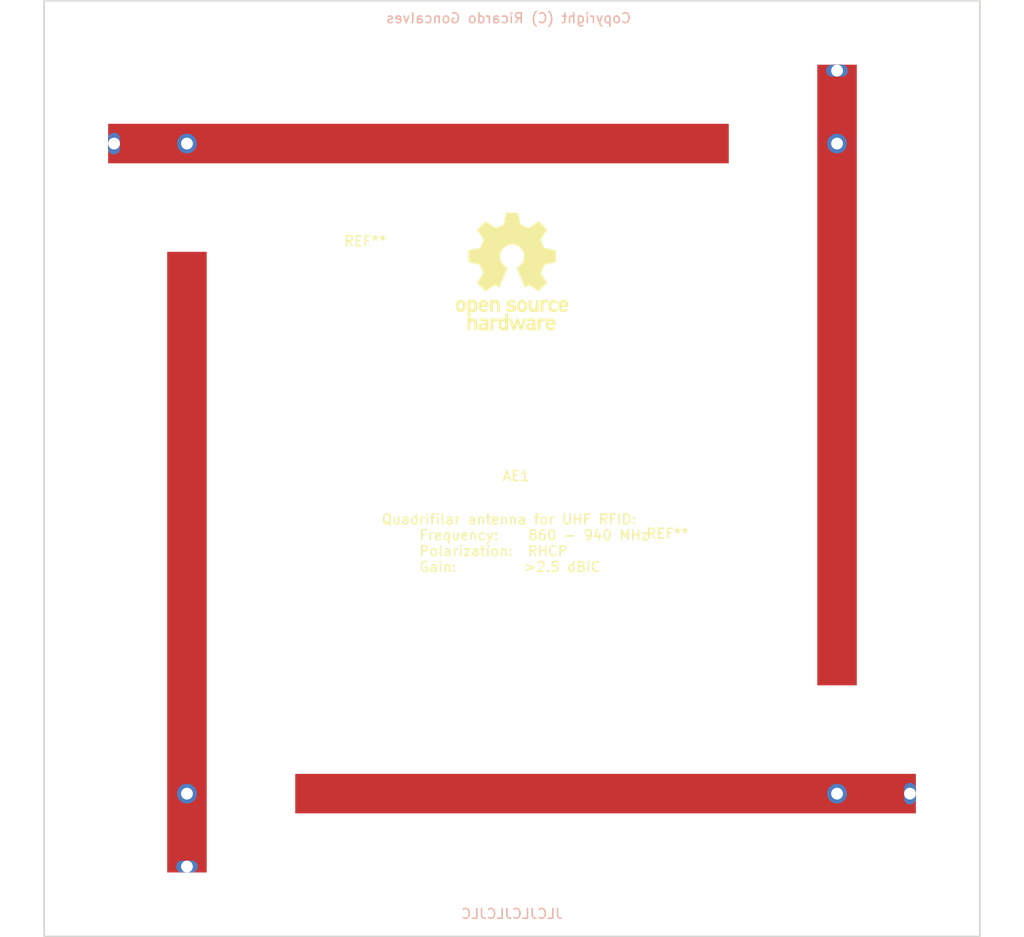
<source format=kicad_pcb>
(kicad_pcb (version 20171130) (host pcbnew "(5.1.9)-1")

  (general
    (thickness 1.6)
    (drawings 7)
    (tracks 0)
    (zones 0)
    (modules 8)
    (nets 9)
  )

  (page A4)
  (title_block
    (title "Quadrifilar antenna for UHF RFID - Part A")
    (rev 1.0)
    (company "The antenna guy")
  )

  (layers
    (0 F.Cu signal)
    (31 B.Cu signal)
    (32 B.Adhes user)
    (33 F.Adhes user)
    (34 B.Paste user)
    (35 F.Paste user)
    (36 B.SilkS user)
    (37 F.SilkS user)
    (38 B.Mask user)
    (39 F.Mask user)
    (40 Dwgs.User user)
    (41 Cmts.User user)
    (42 Eco1.User user)
    (43 Eco2.User user)
    (44 Edge.Cuts user)
    (45 Margin user)
    (46 B.CrtYd user)
    (47 F.CrtYd user)
    (48 B.Fab user)
    (49 F.Fab user)
  )

  (setup
    (last_trace_width 0.25)
    (trace_clearance 0.2)
    (zone_clearance 0.508)
    (zone_45_only no)
    (trace_min 0.2)
    (via_size 0.8)
    (via_drill 0.4)
    (via_min_size 0.4)
    (via_min_drill 0.3)
    (uvia_size 0.3)
    (uvia_drill 0.1)
    (uvias_allowed no)
    (uvia_min_size 0.2)
    (uvia_min_drill 0.1)
    (edge_width 0.05)
    (segment_width 0.2)
    (pcb_text_width 0.3)
    (pcb_text_size 1.5 1.5)
    (mod_edge_width 0.12)
    (mod_text_size 1 1)
    (mod_text_width 0.15)
    (pad_size 1.524 1.524)
    (pad_drill 0.762)
    (pad_to_mask_clearance 0)
    (aux_axis_origin 0 0)
    (visible_elements 7FFFFFFF)
    (pcbplotparams
      (layerselection 0x010fc_ffffffff)
      (usegerberextensions false)
      (usegerberattributes true)
      (usegerberadvancedattributes true)
      (creategerberjobfile true)
      (excludeedgelayer true)
      (linewidth 0.100000)
      (plotframeref false)
      (viasonmask false)
      (mode 1)
      (useauxorigin false)
      (hpglpennumber 1)
      (hpglpenspeed 20)
      (hpglpendiameter 15.000000)
      (psnegative false)
      (psa4output false)
      (plotreference true)
      (plotvalue true)
      (plotinvisibletext false)
      (padsonsilk false)
      (subtractmaskfromsilk false)
      (outputformat 1)
      (mirror false)
      (drillshape 1)
      (scaleselection 1)
      (outputdirectory ""))
  )

  (net 0 "")
  (net 1 "Net-(AE1-Pad4)")
  (net 2 "Net-(AE1-Pad3)")
  (net 3 "Net-(AE1-Pad2)")
  (net 4 "Net-(AE1-Pad1)")
  (net 5 "Net-(AE1-Pad8)")
  (net 6 "Net-(AE1-Pad7)")
  (net 7 "Net-(AE1-Pad6)")
  (net 8 "Net-(AE1-Pad5)")

  (net_class Default "This is the default net class."
    (clearance 0.2)
    (trace_width 0.25)
    (via_dia 0.8)
    (via_drill 0.4)
    (uvia_dia 0.3)
    (uvia_drill 0.1)
    (add_net "Net-(AE1-Pad1)")
    (add_net "Net-(AE1-Pad2)")
    (add_net "Net-(AE1-Pad3)")
    (add_net "Net-(AE1-Pad4)")
    (add_net "Net-(AE1-Pad5)")
    (add_net "Net-(AE1-Pad6)")
    (add_net "Net-(AE1-Pad7)")
    (add_net "Net-(AE1-Pad8)")
  )

  (module MountingHole:MountingHole_3.2mm_M3 (layer F.Cu) (tedit 56D1B4CB) (tstamp 604B526A)
    (at 183.538 102.506)
    (descr "Mounting Hole 3.2mm, no annular, M3")
    (tags "mounting hole 3.2mm no annular m3")
    (attr virtual)
    (fp_text reference REF** (at 0 -4.2) (layer F.SilkS)
      (effects (font (size 1 1) (thickness 0.15)))
    )
    (fp_text value MountingHole_3.2mm_M3 (at 0 4.2) (layer F.Fab)
      (effects (font (size 1 1) (thickness 0.15)))
    )
    (fp_text user %R (at 0.3 0) (layer F.Fab)
      (effects (font (size 1 1) (thickness 0.15)))
    )
    (fp_circle (center 0 0) (end 3.2 0) (layer Cmts.User) (width 0.15))
    (fp_circle (center 0 0) (end 3.45 0) (layer F.CrtYd) (width 0.05))
    (pad 1 np_thru_hole circle (at 0 0) (size 3.2 3.2) (drill 3.2) (layers *.Cu *.Mask))
  )

  (module MountingHole:MountingHole_3.2mm_M3 (layer F.Cu) (tedit 56D1B4CB) (tstamp 604B5246)
    (at 152.838 72.806)
    (descr "Mounting Hole 3.2mm, no annular, M3")
    (tags "mounting hole 3.2mm no annular m3")
    (attr virtual)
    (fp_text reference REF** (at 0 -4.2) (layer F.SilkS)
      (effects (font (size 1 1) (thickness 0.15)))
    )
    (fp_text value MountingHole_3.2mm_M3 (at 0 4.2) (layer F.Fab)
      (effects (font (size 1 1) (thickness 0.15)))
    )
    (fp_text user %R (at 0.3 0) (layer F.Fab)
      (effects (font (size 1 1) (thickness 0.15)))
    )
    (fp_circle (center 0 0) (end 3.2 0) (layer Cmts.User) (width 0.15))
    (fp_circle (center 0 0) (end 3.45 0) (layer F.CrtYd) (width 0.05))
    (pad 1 np_thru_hole circle (at 0 0) (size 3.2 3.2) (drill 3.2) (layers *.Cu *.Mask))
  )

  (module MountingHole:MountingHole_3.2mm_M3 (layer F.Cu) (tedit 56D1B4CB) (tstamp 604B4C3B)
    (at 210.238 134.206)
    (descr "Mounting Hole 3.2mm, no annular, M3")
    (tags "mounting hole 3.2mm no annular m3")
    (attr virtual)
    (fp_text reference " " (at 0 -4.2) (layer F.SilkS)
      (effects (font (size 1 1) (thickness 0.15)))
    )
    (fp_text value MountingHole_3.2mm_M3 (at 0 4.2) (layer F.Fab)
      (effects (font (size 1 1) (thickness 0.15)))
    )
    (fp_text user %R (at 0.3 0) (layer F.Fab)
      (effects (font (size 1 1) (thickness 0.15)))
    )
    (fp_circle (center 0 0) (end 3.2 0) (layer Cmts.User) (width 0.15))
    (fp_circle (center 0 0) (end 3.45 0) (layer F.CrtYd) (width 0.05))
    (pad 1 np_thru_hole circle (at 0 0) (size 3.2 3.2) (drill 3.2) (layers *.Cu *.Mask))
  )

  (module MountingHole:MountingHole_3.2mm_M3 (layer F.Cu) (tedit 56D1B4CB) (tstamp 604B4C17)
    (at 210.238 49.206)
    (descr "Mounting Hole 3.2mm, no annular, M3")
    (tags "mounting hole 3.2mm no annular m3")
    (attr virtual)
    (fp_text reference " " (at 0 -4.2) (layer F.SilkS)
      (effects (font (size 1 1) (thickness 0.15)))
    )
    (fp_text value MountingHole_3.2mm_M3 (at 0 4.2) (layer F.Fab)
      (effects (font (size 1 1) (thickness 0.15)))
    )
    (fp_text user %R (at 0.3 0) (layer F.Fab)
      (effects (font (size 1 1) (thickness 0.15)))
    )
    (fp_circle (center 0 0) (end 3.2 0) (layer Cmts.User) (width 0.15))
    (fp_circle (center 0 0) (end 3.45 0) (layer F.CrtYd) (width 0.05))
    (pad 1 np_thru_hole circle (at 0 0) (size 3.2 3.2) (drill 3.2) (layers *.Cu *.Mask))
  )

  (module MountingHole:MountingHole_3.2mm_M3 (layer F.Cu) (tedit 56D1B4CB) (tstamp 604B4BF3)
    (at 125.238 49.206)
    (descr "Mounting Hole 3.2mm, no annular, M3")
    (tags "mounting hole 3.2mm no annular m3")
    (attr virtual)
    (fp_text reference " " (at 0 -4.2) (layer F.SilkS)
      (effects (font (size 1 1) (thickness 0.15)))
    )
    (fp_text value MountingHole_3.2mm_M3 (at 0 4.2) (layer F.Fab)
      (effects (font (size 1 1) (thickness 0.15)))
    )
    (fp_text user %R (at 0.3 0) (layer F.Fab)
      (effects (font (size 1 1) (thickness 0.15)))
    )
    (fp_circle (center 0 0) (end 3.2 0) (layer Cmts.User) (width 0.15))
    (fp_circle (center 0 0) (end 3.45 0) (layer F.CrtYd) (width 0.05))
    (pad 1 np_thru_hole circle (at 0 0) (size 3.2 3.2) (drill 3.2) (layers *.Cu *.Mask))
  )

  (module MountingHole:MountingHole_3.2mm_M3 (layer F.Cu) (tedit 56D1B4CB) (tstamp 604B4BCF)
    (at 125.238 134.206)
    (descr "Mounting Hole 3.2mm, no annular, M3")
    (tags "mounting hole 3.2mm no annular m3")
    (attr virtual)
    (fp_text reference " " (at 0 -4.2) (layer F.SilkS)
      (effects (font (size 1 1) (thickness 0.15)))
    )
    (fp_text value MountingHole_3.2mm_M3 (at 0 4.2) (layer F.Fab)
      (effects (font (size 1 1) (thickness 0.15)))
    )
    (fp_text user %R (at 0.3 0) (layer F.Fab)
      (effects (font (size 1 1) (thickness 0.15)))
    )
    (fp_circle (center 0 0) (end 3.2 0) (layer Cmts.User) (width 0.15))
    (fp_circle (center 0 0) (end 3.45 0) (layer F.CrtYd) (width 0.05))
    (pad 1 np_thru_hole circle (at 0 0) (size 3.2 3.2) (drill 3.2) (layers *.Cu *.Mask))
  )

  (module Symbol:OSHW-Logo_11.4x12mm_SilkScreen (layer F.Cu) (tedit 0) (tstamp 60480A1E)
    (at 167.738 71.706)
    (descr "Open Source Hardware Logo")
    (tags "Logo OSHW")
    (attr virtual)
    (fp_text reference REF** (at 0 0) (layer F.SilkS) hide
      (effects (font (size 1 1) (thickness 0.15)))
    )
    (fp_text value OSHW-Logo_11.4x12mm_SilkScreen (at 0.75 0) (layer F.Fab) hide
      (effects (font (size 1 1) (thickness 0.15)))
    )
    (fp_poly (pts (xy 0.746535 -5.366828) (xy 0.859117 -4.769637) (xy 1.274531 -4.59839) (xy 1.689944 -4.427143)
      (xy 2.188302 -4.766022) (xy 2.327868 -4.860378) (xy 2.454028 -4.944625) (xy 2.560895 -5.014917)
      (xy 2.642582 -5.067408) (xy 2.693201 -5.098251) (xy 2.706986 -5.104902) (xy 2.73182 -5.087797)
      (xy 2.784888 -5.040511) (xy 2.86024 -4.969083) (xy 2.951929 -4.879555) (xy 3.054007 -4.777966)
      (xy 3.160526 -4.670357) (xy 3.265536 -4.562768) (xy 3.363091 -4.46124) (xy 3.447242 -4.371814)
      (xy 3.51204 -4.300529) (xy 3.551538 -4.253427) (xy 3.56098 -4.237663) (xy 3.547391 -4.208602)
      (xy 3.509293 -4.144934) (xy 3.450694 -4.052888) (xy 3.375597 -3.938691) (xy 3.288009 -3.808571)
      (xy 3.237254 -3.734354) (xy 3.144745 -3.598833) (xy 3.06254 -3.476539) (xy 2.99463 -3.37356)
      (xy 2.945 -3.295982) (xy 2.91764 -3.249894) (xy 2.913529 -3.240208) (xy 2.922849 -3.212681)
      (xy 2.948254 -3.148527) (xy 2.985911 -3.056765) (xy 3.031986 -2.946416) (xy 3.082646 -2.8265)
      (xy 3.134059 -2.706036) (xy 3.182389 -2.594046) (xy 3.223806 -2.499548) (xy 3.254474 -2.431563)
      (xy 3.270562 -2.399112) (xy 3.271511 -2.397835) (xy 3.296772 -2.391638) (xy 3.364046 -2.377815)
      (xy 3.46636 -2.357723) (xy 3.596741 -2.332721) (xy 3.748216 -2.304169) (xy 3.836594 -2.287704)
      (xy 3.998452 -2.256886) (xy 4.144649 -2.227561) (xy 4.267787 -2.201334) (xy 4.360469 -2.179809)
      (xy 4.415301 -2.16459) (xy 4.426323 -2.159762) (xy 4.437119 -2.127081) (xy 4.445829 -2.05327)
      (xy 4.45246 -1.946963) (xy 4.457018 -1.816788) (xy 4.459509 -1.671379) (xy 4.459938 -1.519365)
      (xy 4.458311 -1.369378) (xy 4.454635 -1.230049) (xy 4.448915 -1.11001) (xy 4.441158 -1.01789)
      (xy 4.431368 -0.962323) (xy 4.425496 -0.950755) (xy 4.390399 -0.93689) (xy 4.316028 -0.917067)
      (xy 4.212223 -0.893616) (xy 4.088819 -0.868864) (xy 4.045741 -0.860857) (xy 3.838047 -0.822814)
      (xy 3.673984 -0.792176) (xy 3.54813 -0.767726) (xy 3.455065 -0.748246) (xy 3.389367 -0.732519)
      (xy 3.345617 -0.719327) (xy 3.318392 -0.707451) (xy 3.302272 -0.695675) (xy 3.300017 -0.693347)
      (xy 3.277503 -0.655855) (xy 3.243158 -0.58289) (xy 3.200411 -0.483388) (xy 3.152692 -0.366282)
      (xy 3.10343 -0.240507) (xy 3.056055 -0.114998) (xy 3.013995 0.00131) (xy 2.98068 0.099484)
      (xy 2.959541 0.170588) (xy 2.954005 0.205687) (xy 2.954466 0.206917) (xy 2.973223 0.235606)
      (xy 3.015776 0.29873) (xy 3.077653 0.389718) (xy 3.154382 0.502) (xy 3.241491 0.629005)
      (xy 3.266299 0.665098) (xy 3.354753 0.795948) (xy 3.432588 0.915336) (xy 3.495566 1.016407)
      (xy 3.539445 1.092304) (xy 3.559985 1.136172) (xy 3.56098 1.141562) (xy 3.543722 1.169889)
      (xy 3.496036 1.226006) (xy 3.42405 1.303882) (xy 3.333897 1.397485) (xy 3.231705 1.500786)
      (xy 3.123606 1.607751) (xy 3.015728 1.712351) (xy 2.914204 1.808554) (xy 2.825162 1.890329)
      (xy 2.754733 1.951645) (xy 2.709047 1.986471) (xy 2.696409 1.992157) (xy 2.666991 1.978765)
      (xy 2.606761 1.942644) (xy 2.52553 1.889881) (xy 2.46303 1.847412) (xy 2.349785 1.769485)
      (xy 2.215674 1.677729) (xy 2.081155 1.58612) (xy 2.008833 1.537091) (xy 1.764038 1.371515)
      (xy 1.558551 1.48262) (xy 1.464936 1.531293) (xy 1.38533 1.569126) (xy 1.331467 1.590703)
      (xy 1.317757 1.593706) (xy 1.30127 1.571538) (xy 1.268745 1.508894) (xy 1.222609 1.411554)
      (xy 1.16529 1.285294) (xy 1.099216 1.135895) (xy 1.026815 0.969133) (xy 0.950516 0.790787)
      (xy 0.872746 0.606636) (xy 0.795934 0.422457) (xy 0.722506 0.24403) (xy 0.654892 0.077132)
      (xy 0.59552 -0.072458) (xy 0.546816 -0.198962) (xy 0.51121 -0.296601) (xy 0.49113 -0.359598)
      (xy 0.4879 -0.381234) (xy 0.513496 -0.408831) (xy 0.569539 -0.45363) (xy 0.644311 -0.506321)
      (xy 0.650587 -0.51049) (xy 0.843845 -0.665186) (xy 0.999674 -0.845664) (xy 1.116724 -1.046153)
      (xy 1.193645 -1.260881) (xy 1.229086 -1.484078) (xy 1.221697 -1.709974) (xy 1.170127 -1.932796)
      (xy 1.073026 -2.146776) (xy 1.044458 -2.193591) (xy 0.895868 -2.382637) (xy 0.720327 -2.534443)
      (xy 0.52391 -2.648221) (xy 0.312693 -2.72318) (xy 0.092753 -2.758533) (xy -0.129837 -2.753488)
      (xy -0.348999 -2.707256) (xy -0.558658 -2.619049) (xy -0.752739 -2.488076) (xy -0.812774 -2.434918)
      (xy -0.965565 -2.268516) (xy -1.076903 -2.093343) (xy -1.153277 -1.896989) (xy -1.195813 -1.702538)
      (xy -1.206314 -1.483913) (xy -1.171299 -1.264203) (xy -1.094327 -1.050835) (xy -0.978953 -0.851233)
      (xy -0.828734 -0.672826) (xy -0.647227 -0.523038) (xy -0.623373 -0.507249) (xy -0.547799 -0.455543)
      (xy -0.490349 -0.410743) (xy -0.462883 -0.382138) (xy -0.462483 -0.381234) (xy -0.46838 -0.350291)
      (xy -0.491755 -0.280064) (xy -0.530179 -0.17633) (xy -0.581223 -0.044865) (xy -0.642458 0.108552)
      (xy -0.711456 0.278146) (xy -0.785786 0.458138) (xy -0.863022 0.642753) (xy -0.940732 0.826213)
      (xy -1.016489 1.002741) (xy -1.087863 1.166559) (xy -1.152426 1.311892) (xy -1.207748 1.432962)
      (xy -1.2514 1.523992) (xy -1.280954 1.579205) (xy -1.292856 1.593706) (xy -1.329223 1.582414)
      (xy -1.39727 1.55213) (xy -1.485263 1.508265) (xy -1.533649 1.48262) (xy -1.739137 1.371515)
      (xy -1.983932 1.537091) (xy -2.108894 1.621915) (xy -2.245705 1.715261) (xy -2.373911 1.803153)
      (xy -2.438129 1.847412) (xy -2.528449 1.908063) (xy -2.604929 1.956126) (xy -2.657593 1.985515)
      (xy -2.674698 1.991727) (xy -2.699595 1.974968) (xy -2.754695 1.928181) (xy -2.834657 1.856225)
      (xy -2.934139 1.763957) (xy -3.0478 1.656235) (xy -3.119685 1.587071) (xy -3.245449 1.463502)
      (xy -3.354137 1.352979) (xy -3.441355 1.26023) (xy -3.502711 1.189982) (xy -3.533809 1.146965)
      (xy -3.536792 1.138235) (xy -3.522947 1.105029) (xy -3.484688 1.037887) (xy -3.426258 0.943608)
      (xy -3.351903 0.82899) (xy -3.265865 0.700828) (xy -3.241397 0.665098) (xy -3.152245 0.535234)
      (xy -3.072262 0.418314) (xy -3.00592 0.320907) (xy -2.957689 0.249584) (xy -2.932043 0.210915)
      (xy -2.929565 0.206917) (xy -2.933271 0.1761) (xy -2.952939 0.108344) (xy -2.98514 0.012584)
      (xy -3.026445 -0.102246) (xy -3.073425 -0.227211) (xy -3.122651 -0.353376) (xy -3.170692 -0.471807)
      (xy -3.214119 -0.57357) (xy -3.249504 -0.649729) (xy -3.273416 -0.691351) (xy -3.275116 -0.693347)
      (xy -3.289738 -0.705242) (xy -3.314435 -0.717005) (xy -3.354628 -0.729854) (xy -3.415737 -0.745006)
      (xy -3.503183 -0.763679) (xy -3.622388 -0.78709) (xy -3.778773 -0.816458) (xy -3.977757 -0.853)
      (xy -4.02084 -0.860857) (xy -4.148529 -0.885528) (xy -4.259847 -0.909662) (xy -4.344955 -0.930931)
      (xy -4.394017 -0.947007) (xy -4.400595 -0.950755) (xy -4.411436 -0.983982) (xy -4.420247 -1.058234)
      (xy -4.427024 -1.164879) (xy -4.43176 -1.295288) (xy -4.43445 -1.440828) (xy -4.435087 -1.592869)
      (xy -4.433666 -1.742779) (xy -4.43018 -1.881927) (xy -4.424624 -2.001683) (xy -4.416992 -2.093414)
      (xy -4.407278 -2.148489) (xy -4.401422 -2.159762) (xy -4.36882 -2.171132) (xy -4.294582 -2.189631)
      (xy -4.186104 -2.213653) (xy -4.050783 -2.241593) (xy -3.896015 -2.271847) (xy -3.811692 -2.287704)
      (xy -3.651704 -2.317611) (xy -3.509033 -2.344705) (xy -3.390652 -2.367624) (xy -3.303535 -2.385012)
      (xy -3.254655 -2.395508) (xy -3.24661 -2.397835) (xy -3.233013 -2.424069) (xy -3.204271 -2.48726)
      (xy -3.164215 -2.578378) (xy -3.116676 -2.688398) (xy -3.065485 -2.80829) (xy -3.014474 -2.929028)
      (xy -2.967474 -3.041584) (xy -2.928316 -3.136929) (xy -2.900831 -3.206038) (xy -2.888851 -3.239881)
      (xy -2.888628 -3.24136) (xy -2.902209 -3.268058) (xy -2.940285 -3.329495) (xy -2.998853 -3.419566)
      (xy -3.073912 -3.532165) (xy -3.16146 -3.661185) (xy -3.212353 -3.735294) (xy -3.305091 -3.871178)
      (xy -3.387459 -3.994546) (xy -3.455439 -4.099158) (xy -3.505012 -4.178772) (xy -3.532158 -4.227148)
      (xy -3.536079 -4.237993) (xy -3.519225 -4.263235) (xy -3.472632 -4.317131) (xy -3.402251 -4.393642)
      (xy -3.314035 -4.486732) (xy -3.213935 -4.59036) (xy -3.107902 -4.698491) (xy -3.001889 -4.805085)
      (xy -2.901848 -4.904105) (xy -2.81373 -4.989513) (xy -2.743487 -5.05527) (xy -2.697072 -5.095339)
      (xy -2.681544 -5.104902) (xy -2.656261 -5.091455) (xy -2.595789 -5.05368) (xy -2.506008 -4.99542)
      (xy -2.392797 -4.920521) (xy -2.262036 -4.83283) (xy -2.1634 -4.766022) (xy -1.665043 -4.427143)
      (xy -1.249629 -4.59839) (xy -0.834216 -4.769637) (xy -0.721634 -5.366828) (xy -0.609051 -5.96402)
      (xy 0.633952 -5.96402) (xy 0.746535 -5.366828)) (layer F.SilkS) (width 0.01))
    (fp_poly (pts (xy 3.563637 2.887472) (xy 3.64929 2.913641) (xy 3.704437 2.946707) (xy 3.722401 2.972855)
      (xy 3.717457 3.003852) (xy 3.685372 3.052547) (xy 3.658243 3.087035) (xy 3.602317 3.149383)
      (xy 3.560299 3.175615) (xy 3.52448 3.173903) (xy 3.418224 3.146863) (xy 3.340189 3.148091)
      (xy 3.27682 3.178735) (xy 3.255546 3.19667) (xy 3.187451 3.259779) (xy 3.187451 4.083922)
      (xy 2.913529 4.083922) (xy 2.913529 2.888628) (xy 3.05049 2.888628) (xy 3.132719 2.891879)
      (xy 3.175144 2.903426) (xy 3.187445 2.925952) (xy 3.187451 2.92662) (xy 3.19326 2.950215)
      (xy 3.219531 2.947138) (xy 3.255931 2.930115) (xy 3.331111 2.898439) (xy 3.392158 2.879381)
      (xy 3.470708 2.874496) (xy 3.563637 2.887472)) (layer F.SilkS) (width 0.01))
    (fp_poly (pts (xy -1.49324 2.909199) (xy -1.431264 2.938802) (xy -1.371241 2.981561) (xy -1.325514 3.030775)
      (xy -1.292207 3.093544) (xy -1.269445 3.176971) (xy -1.255353 3.288159) (xy -1.248058 3.434209)
      (xy -1.245682 3.622223) (xy -1.245645 3.641912) (xy -1.245098 4.083922) (xy -1.51902 4.083922)
      (xy -1.51902 3.676435) (xy -1.519215 3.525471) (xy -1.520564 3.416056) (xy -1.524212 3.339933)
      (xy -1.531304 3.288848) (xy -1.542987 3.254545) (xy -1.560406 3.228768) (xy -1.584671 3.203298)
      (xy -1.669565 3.148571) (xy -1.762239 3.138416) (xy -1.850527 3.173017) (xy -1.88123 3.19877)
      (xy -1.903771 3.222982) (xy -1.919954 3.248912) (xy -1.930832 3.284708) (xy -1.937458 3.338519)
      (xy -1.940885 3.418493) (xy -1.942166 3.532779) (xy -1.942353 3.671907) (xy -1.942353 4.083922)
      (xy -2.216275 4.083922) (xy -2.216275 2.888628) (xy -2.079314 2.888628) (xy -1.997084 2.891879)
      (xy -1.95466 2.903426) (xy -1.942359 2.925952) (xy -1.942353 2.92662) (xy -1.936646 2.948681)
      (xy -1.911473 2.946177) (xy -1.861422 2.921937) (xy -1.747906 2.886271) (xy -1.618055 2.882305)
      (xy -1.49324 2.909199)) (layer F.SilkS) (width 0.01))
    (fp_poly (pts (xy 5.303287 2.884355) (xy 5.367051 2.899845) (xy 5.4893 2.956569) (xy 5.593834 3.043202)
      (xy 5.66618 3.147074) (xy 5.676119 3.170396) (xy 5.689754 3.231484) (xy 5.699298 3.321853)
      (xy 5.702549 3.41319) (xy 5.702549 3.585882) (xy 5.34147 3.585882) (xy 5.192546 3.586445)
      (xy 5.087632 3.589864) (xy 5.020937 3.598731) (xy 4.986666 3.615641) (xy 4.979028 3.643189)
      (xy 4.992229 3.683968) (xy 5.015877 3.731683) (xy 5.081843 3.811314) (xy 5.173512 3.850987)
      (xy 5.285555 3.849695) (xy 5.412472 3.806514) (xy 5.522158 3.753224) (xy 5.613173 3.825191)
      (xy 5.704188 3.897157) (xy 5.618563 3.976269) (xy 5.50425 4.051017) (xy 5.363666 4.096084)
      (xy 5.212449 4.108696) (xy 5.066236 4.086079) (xy 5.042647 4.078405) (xy 4.914141 4.011296)
      (xy 4.818551 3.911247) (xy 4.753861 3.775271) (xy 4.718057 3.60038) (xy 4.71764 3.596632)
      (xy 4.714434 3.406032) (xy 4.727393 3.338035) (xy 4.980392 3.338035) (xy 5.003627 3.348491)
      (xy 5.06671 3.3565) (xy 5.159706 3.361073) (xy 5.218638 3.361765) (xy 5.328537 3.361332)
      (xy 5.397252 3.358578) (xy 5.433405 3.351321) (xy 5.445615 3.337376) (xy 5.442504 3.314562)
      (xy 5.439894 3.305735) (xy 5.395344 3.2228) (xy 5.325279 3.15596) (xy 5.263446 3.126589)
      (xy 5.181301 3.128362) (xy 5.098062 3.16499) (xy 5.028238 3.225634) (xy 4.986337 3.299456)
      (xy 4.980392 3.338035) (xy 4.727393 3.338035) (xy 4.746385 3.238395) (xy 4.809773 3.097711)
      (xy 4.900878 2.987974) (xy 5.015978 2.913174) (xy 5.151355 2.877304) (xy 5.303287 2.884355)) (layer F.SilkS) (width 0.01))
    (fp_poly (pts (xy 4.390976 2.899056) (xy 4.535256 2.960348) (xy 4.580699 2.990185) (xy 4.638779 3.036036)
      (xy 4.675238 3.072089) (xy 4.681568 3.083832) (xy 4.663693 3.109889) (xy 4.61795 3.154105)
      (xy 4.581328 3.184965) (xy 4.481088 3.26552) (xy 4.401935 3.198918) (xy 4.340769 3.155921)
      (xy 4.281129 3.141079) (xy 4.212872 3.144704) (xy 4.104482 3.171652) (xy 4.029872 3.227587)
      (xy 3.98453 3.318014) (xy 3.963947 3.448435) (xy 3.963942 3.448517) (xy 3.965722 3.59429)
      (xy 3.993387 3.701245) (xy 4.048571 3.774064) (xy 4.086192 3.798723) (xy 4.186105 3.829431)
      (xy 4.292822 3.829449) (xy 4.385669 3.799655) (xy 4.407647 3.785098) (xy 4.462765 3.747914)
      (xy 4.505859 3.74182) (xy 4.552335 3.769496) (xy 4.603716 3.819205) (xy 4.685046 3.903116)
      (xy 4.594749 3.977546) (xy 4.455236 4.061549) (xy 4.297912 4.102947) (xy 4.133503 4.09995)
      (xy 4.025531 4.0725) (xy 3.899331 4.00462) (xy 3.798401 3.897831) (xy 3.752548 3.822451)
      (xy 3.71541 3.714297) (xy 3.696827 3.577318) (xy 3.696684 3.428864) (xy 3.714865 3.286281)
      (xy 3.751255 3.166918) (xy 3.756987 3.15468) (xy 3.841865 3.034655) (xy 3.956782 2.947267)
      (xy 4.092659 2.894329) (xy 4.240417 2.877654) (xy 4.390976 2.899056)) (layer F.SilkS) (width 0.01))
    (fp_poly (pts (xy 1.967254 3.276245) (xy 1.969608 3.458879) (xy 1.978207 3.5976) (xy 1.99536 3.698147)
      (xy 2.023374 3.766254) (xy 2.064557 3.807659) (xy 2.121217 3.828097) (xy 2.191372 3.833318)
      (xy 2.264848 3.827468) (xy 2.320657 3.806093) (xy 2.361109 3.763458) (xy 2.388509 3.693825)
      (xy 2.405167 3.59146) (xy 2.413389 3.450624) (xy 2.41549 3.276245) (xy 2.41549 2.888628)
      (xy 2.689411 2.888628) (xy 2.689411 4.083922) (xy 2.552451 4.083922) (xy 2.469884 4.080576)
      (xy 2.427368 4.068826) (xy 2.41549 4.04652) (xy 2.408336 4.026654) (xy 2.379865 4.030857)
      (xy 2.322476 4.058971) (xy 2.190945 4.102342) (xy 2.051438 4.09927) (xy 1.917765 4.052174)
      (xy 1.854108 4.014971) (xy 1.805553 3.974691) (xy 1.770081 3.924291) (xy 1.745674 3.856729)
      (xy 1.730313 3.764965) (xy 1.721982 3.641955) (xy 1.718662 3.480659) (xy 1.718235 3.355928)
      (xy 1.718235 2.888628) (xy 1.967254 2.888628) (xy 1.967254 3.276245)) (layer F.SilkS) (width 0.01))
    (fp_poly (pts (xy 1.209547 2.903364) (xy 1.335502 2.971959) (xy 1.434047 3.080245) (xy 1.480478 3.168315)
      (xy 1.500412 3.246101) (xy 1.513328 3.356993) (xy 1.518863 3.484738) (xy 1.516654 3.613084)
      (xy 1.506337 3.725779) (xy 1.494286 3.785969) (xy 1.453634 3.868311) (xy 1.38323 3.95577)
      (xy 1.298382 4.032251) (xy 1.214397 4.081655) (xy 1.212349 4.082439) (xy 1.108134 4.104027)
      (xy 0.984627 4.104562) (xy 0.867261 4.084908) (xy 0.821942 4.069155) (xy 0.70522 4.002966)
      (xy 0.621624 3.916246) (xy 0.566701 3.801438) (xy 0.535995 3.650982) (xy 0.529047 3.572173)
      (xy 0.529933 3.473145) (xy 0.796862 3.473145) (xy 0.805854 3.617645) (xy 0.831736 3.72776)
      (xy 0.872868 3.798116) (xy 0.902172 3.818235) (xy 0.977251 3.832265) (xy 1.066494 3.828111)
      (xy 1.14365 3.807922) (xy 1.163883 3.796815) (xy 1.217265 3.732123) (xy 1.2525 3.633119)
      (xy 1.267498 3.512632) (xy 1.260172 3.383494) (xy 1.243799 3.305775) (xy 1.19679 3.215771)
      (xy 1.122582 3.159509) (xy 1.033209 3.140057) (xy 0.940707 3.160481) (xy 0.869653 3.210437)
      (xy 0.832312 3.251655) (xy 0.810518 3.292281) (xy 0.80013 3.347264) (xy 0.797006 3.431549)
      (xy 0.796862 3.473145) (xy 0.529933 3.473145) (xy 0.53093 3.361874) (xy 0.56518 3.189423)
      (xy 0.631802 3.054814) (xy 0.730799 2.95804) (xy 0.862175 2.899094) (xy 0.890385 2.892259)
      (xy 1.059926 2.876213) (xy 1.209547 2.903364)) (layer F.SilkS) (width 0.01))
    (fp_poly (pts (xy 0.027759 2.884345) (xy 0.122059 2.902229) (xy 0.21989 2.939633) (xy 0.230343 2.944402)
      (xy 0.304531 2.983412) (xy 0.35591 3.019664) (xy 0.372517 3.042887) (xy 0.356702 3.080761)
      (xy 0.318288 3.136644) (xy 0.301237 3.157505) (xy 0.230969 3.239618) (xy 0.140379 3.186168)
      (xy 0.054164 3.150561) (xy -0.045451 3.131529) (xy -0.140981 3.130326) (xy -0.214939 3.14821)
      (xy -0.232688 3.159373) (xy -0.266488 3.210553) (xy -0.270596 3.269509) (xy -0.245304 3.315567)
      (xy -0.230344 3.324499) (xy -0.185514 3.335592) (xy -0.106714 3.34863) (xy -0.009574 3.361088)
      (xy 0.008346 3.363042) (xy 0.164365 3.39003) (xy 0.277523 3.435873) (xy 0.352569 3.504803)
      (xy 0.394253 3.601054) (xy 0.407238 3.718617) (xy 0.389299 3.852254) (xy 0.33105 3.957195)
      (xy 0.232255 4.03363) (xy 0.092682 4.081748) (xy -0.062255 4.100732) (xy -0.188602 4.100504)
      (xy -0.291087 4.083262) (xy -0.361079 4.059457) (xy -0.449517 4.017978) (xy -0.531246 3.969842)
      (xy -0.560295 3.948655) (xy -0.635 3.887676) (xy -0.544902 3.796508) (xy -0.454804 3.705339)
      (xy -0.352368 3.773128) (xy -0.249626 3.824042) (xy -0.139913 3.850673) (xy -0.034449 3.853483)
      (xy 0.055546 3.832935) (xy 0.118854 3.789493) (xy 0.139296 3.752838) (xy 0.136229 3.694053)
      (xy 0.085434 3.649099) (xy -0.012952 3.618057) (xy -0.120744 3.60371) (xy -0.286635 3.576337)
      (xy -0.409876 3.524693) (xy -0.492114 3.447266) (xy -0.534999 3.342544) (xy -0.54094 3.218387)
      (xy -0.511594 3.088702) (xy -0.444691 2.990677) (xy -0.339629 2.923866) (xy -0.19581 2.88782)
      (xy -0.089262 2.880754) (xy 0.027759 2.884345)) (layer F.SilkS) (width 0.01))
    (fp_poly (pts (xy -2.686796 2.916354) (xy -2.661981 2.928037) (xy -2.576094 2.990951) (xy -2.494879 3.082769)
      (xy -2.434236 3.183868) (xy -2.416988 3.230349) (xy -2.401251 3.313376) (xy -2.391867 3.413713)
      (xy -2.390728 3.455147) (xy -2.390589 3.585882) (xy -3.143047 3.585882) (xy -3.127007 3.654363)
      (xy -3.087637 3.735355) (xy -3.018806 3.805351) (xy -2.936919 3.850441) (xy -2.884737 3.859804)
      (xy -2.813971 3.848441) (xy -2.72954 3.819943) (xy -2.700858 3.806831) (xy -2.594791 3.753858)
      (xy -2.504272 3.822901) (xy -2.452039 3.869597) (xy -2.424247 3.90814) (xy -2.42284 3.919452)
      (xy -2.447668 3.946868) (xy -2.502083 3.988532) (xy -2.551472 4.021037) (xy -2.684748 4.079468)
      (xy -2.834161 4.105915) (xy -2.982249 4.099039) (xy -3.100295 4.063096) (xy -3.221982 3.986101)
      (xy -3.30846 3.884728) (xy -3.362559 3.75357) (xy -3.387109 3.587224) (xy -3.389286 3.511108)
      (xy -3.380573 3.336685) (xy -3.379503 3.331611) (xy -3.130173 3.331611) (xy -3.123306 3.347968)
      (xy -3.095083 3.356988) (xy -3.036873 3.360854) (xy -2.940042 3.361749) (xy -2.902757 3.361765)
      (xy -2.789317 3.360413) (xy -2.717378 3.355505) (xy -2.678687 3.34576) (xy -2.664995 3.329899)
      (xy -2.66451 3.324805) (xy -2.680137 3.284326) (xy -2.719247 3.227621) (xy -2.736061 3.207766)
      (xy -2.798481 3.151611) (xy -2.863547 3.129532) (xy -2.898603 3.127686) (xy -2.993442 3.150766)
      (xy -3.072973 3.212759) (xy -3.123423 3.302802) (xy -3.124317 3.305735) (xy -3.130173 3.331611)
      (xy -3.379503 3.331611) (xy -3.351601 3.199343) (xy -3.29941 3.089461) (xy -3.235579 3.011461)
      (xy -3.117567 2.926882) (xy -2.978842 2.881686) (xy -2.83129 2.8776) (xy -2.686796 2.916354)) (layer F.SilkS) (width 0.01))
    (fp_poly (pts (xy -5.026753 2.901568) (xy -4.896478 2.959163) (xy -4.797581 3.055334) (xy -4.729918 3.190229)
      (xy -4.693345 3.363996) (xy -4.690724 3.391126) (xy -4.68867 3.582408) (xy -4.715301 3.750073)
      (xy -4.768999 3.885967) (xy -4.797753 3.929681) (xy -4.897909 4.022198) (xy -5.025463 4.082119)
      (xy -5.168163 4.106985) (xy -5.31376 4.094339) (xy -5.424438 4.055391) (xy -5.519616 3.989755)
      (xy -5.597406 3.903699) (xy -5.598751 3.901685) (xy -5.630343 3.84857) (xy -5.650873 3.79516)
      (xy -5.663305 3.727754) (xy -5.670603 3.632653) (xy -5.673818 3.554666) (xy -5.675156 3.483944)
      (xy -5.426186 3.483944) (xy -5.423753 3.554348) (xy -5.41492 3.648068) (xy -5.399336 3.708214)
      (xy -5.371234 3.751006) (xy -5.344914 3.776002) (xy -5.251608 3.828338) (xy -5.15398 3.835333)
      (xy -5.063058 3.797676) (xy -5.017598 3.755479) (xy -4.984838 3.712956) (xy -4.965677 3.672267)
      (xy -4.957267 3.619314) (xy -4.956763 3.539997) (xy -4.959355 3.46695) (xy -4.964929 3.362601)
      (xy -4.973766 3.29492) (xy -4.989693 3.250774) (xy -5.016538 3.217031) (xy -5.037811 3.197746)
      (xy -5.126794 3.147086) (xy -5.222789 3.14456) (xy -5.303281 3.174567) (xy -5.371947 3.237231)
      (xy -5.412856 3.340168) (xy -5.426186 3.483944) (xy -5.675156 3.483944) (xy -5.676754 3.399582)
      (xy -5.67174 3.2836) (xy -5.656717 3.196367) (xy -5.629624 3.12753) (xy -5.5884 3.066737)
      (xy -5.573115 3.048686) (xy -5.477546 2.958746) (xy -5.375039 2.906211) (xy -5.249679 2.884201)
      (xy -5.18855 2.882402) (xy -5.026753 2.901568)) (layer F.SilkS) (width 0.01))
    (fp_poly (pts (xy 4.025307 4.762784) (xy 4.144337 4.793731) (xy 4.244021 4.8576) (xy 4.292288 4.905313)
      (xy 4.371408 5.018106) (xy 4.416752 5.14895) (xy 4.43233 5.309792) (xy 4.43241 5.322794)
      (xy 4.432549 5.45353) (xy 3.680091 5.45353) (xy 3.69613 5.52201) (xy 3.725091 5.584031)
      (xy 3.775778 5.648654) (xy 3.786379 5.658971) (xy 3.877494 5.714805) (xy 3.9814 5.724275)
      (xy 4.101 5.68754) (xy 4.121274 5.677647) (xy 4.183456 5.647574) (xy 4.225106 5.63044)
      (xy 4.232373 5.628855) (xy 4.25774 5.644242) (xy 4.30612 5.681887) (xy 4.330679 5.702459)
      (xy 4.38157 5.749714) (xy 4.398281 5.780917) (xy 4.386683 5.80962) (xy 4.380483 5.817468)
      (xy 4.338493 5.851819) (xy 4.269206 5.893565) (xy 4.220882 5.917935) (xy 4.083711 5.960873)
      (xy 3.931847 5.974786) (xy 3.788024 5.9583) (xy 3.747745 5.946496) (xy 3.623078 5.879689)
      (xy 3.530671 5.776892) (xy 3.46999 5.637105) (xy 3.440498 5.45933) (xy 3.43726 5.366373)
      (xy 3.446714 5.231033) (xy 3.68549 5.231033) (xy 3.708584 5.241038) (xy 3.770662 5.248888)
      (xy 3.860914 5.253521) (xy 3.922058 5.254314) (xy 4.03204 5.253549) (xy 4.101457 5.24997)
      (xy 4.139538 5.241649) (xy 4.155515 5.226657) (xy 4.158627 5.204903) (xy 4.137278 5.137892)
      (xy 4.083529 5.071664) (xy 4.012822 5.020832) (xy 3.942089 5.000038) (xy 3.846016 5.018484)
      (xy 3.762849 5.071811) (xy 3.705186 5.148677) (xy 3.68549 5.231033) (xy 3.446714 5.231033)
      (xy 3.451028 5.169291) (xy 3.49352 5.012271) (xy 3.565635 4.894069) (xy 3.668273 4.81344)
      (xy 3.802332 4.769139) (xy 3.874957 4.760607) (xy 4.025307 4.762784)) (layer F.SilkS) (width 0.01))
    (fp_poly (pts (xy 3.238446 4.755883) (xy 3.334177 4.774755) (xy 3.388677 4.802699) (xy 3.446008 4.849123)
      (xy 3.364441 4.952111) (xy 3.31415 5.014479) (xy 3.280001 5.044907) (xy 3.246063 5.049555)
      (xy 3.196406 5.034586) (xy 3.173096 5.026117) (xy 3.078063 5.013622) (xy 2.991032 5.040406)
      (xy 2.927138 5.100915) (xy 2.916759 5.120208) (xy 2.905456 5.171314) (xy 2.896732 5.2655)
      (xy 2.890997 5.396089) (xy 2.88866 5.556405) (xy 2.888627 5.579211) (xy 2.888627 5.976471)
      (xy 2.614705 5.976471) (xy 2.614705 4.756275) (xy 2.751666 4.756275) (xy 2.830638 4.758337)
      (xy 2.871779 4.767513) (xy 2.886992 4.78829) (xy 2.888627 4.807886) (xy 2.888627 4.859497)
      (xy 2.95424 4.807886) (xy 3.029475 4.772675) (xy 3.130544 4.755265) (xy 3.238446 4.755883)) (layer F.SilkS) (width 0.01))
    (fp_poly (pts (xy 2.056459 4.763669) (xy 2.16142 4.789163) (xy 2.191761 4.802669) (xy 2.250573 4.838046)
      (xy 2.295709 4.87789) (xy 2.329106 4.92912) (xy 2.352701 4.998654) (xy 2.368433 5.093409)
      (xy 2.378239 5.220305) (xy 2.384057 5.386258) (xy 2.386266 5.497108) (xy 2.394396 5.976471)
      (xy 2.255531 5.976471) (xy 2.171287 5.972938) (xy 2.127884 5.960866) (xy 2.116666 5.940594)
      (xy 2.110744 5.918674) (xy 2.084266 5.922865) (xy 2.048186 5.940441) (xy 1.957862 5.967382)
      (xy 1.841777 5.974642) (xy 1.71968 5.962767) (xy 1.611321 5.932305) (xy 1.601602 5.928077)
      (xy 1.502568 5.858505) (xy 1.437281 5.761789) (xy 1.40724 5.648738) (xy 1.409535 5.608122)
      (xy 1.654633 5.608122) (xy 1.676229 5.662782) (xy 1.740259 5.701952) (xy 1.843565 5.722974)
      (xy 1.898774 5.725766) (xy 1.990782 5.71862) (xy 2.051941 5.690848) (xy 2.066862 5.677647)
      (xy 2.107287 5.605829) (xy 2.116666 5.540686) (xy 2.116666 5.45353) (xy 1.995269 5.45353)
      (xy 1.854153 5.460722) (xy 1.755173 5.483345) (xy 1.692633 5.522964) (xy 1.678631 5.540628)
      (xy 1.654633 5.608122) (xy 1.409535 5.608122) (xy 1.413941 5.530157) (xy 1.45888 5.416855)
      (xy 1.520196 5.340285) (xy 1.557332 5.307181) (xy 1.593687 5.285425) (xy 1.64099 5.272161)
      (xy 1.710973 5.264528) (xy 1.815364 5.25967) (xy 1.85677 5.258273) (xy 2.116666 5.24978)
      (xy 2.116285 5.171116) (xy 2.106219 5.088428) (xy 2.069829 5.038431) (xy 1.996311 5.006489)
      (xy 1.994339 5.00592) (xy 1.890105 4.993361) (xy 1.788108 5.009766) (xy 1.712305 5.049657)
      (xy 1.68189 5.069354) (xy 1.649132 5.066629) (xy 1.598721 5.038091) (xy 1.569119 5.01795)
      (xy 1.511218 4.974919) (xy 1.475352 4.942662) (xy 1.469597 4.933427) (xy 1.493295 4.885636)
      (xy 1.563313 4.828562) (xy 1.593725 4.809305) (xy 1.681155 4.77614) (xy 1.798983 4.75735)
      (xy 1.929866 4.753129) (xy 2.056459 4.763669)) (layer F.SilkS) (width 0.01))
    (fp_poly (pts (xy 0.557528 4.761332) (xy 0.656014 4.768726) (xy 0.784776 5.154706) (xy 0.913537 5.540686)
      (xy 0.953911 5.403726) (xy 0.978207 5.319083) (xy 1.010167 5.204697) (xy 1.044679 5.078963)
      (xy 1.062928 5.01152) (xy 1.131571 4.756275) (xy 1.414773 4.756275) (xy 1.330122 5.023971)
      (xy 1.288435 5.155638) (xy 1.238074 5.314458) (xy 1.185481 5.480128) (xy 1.13853 5.627843)
      (xy 1.031589 5.96402) (xy 0.800661 5.979044) (xy 0.73805 5.772316) (xy 0.699438 5.643896)
      (xy 0.6573 5.502322) (xy 0.620472 5.377285) (xy 0.619018 5.372309) (xy 0.591511 5.287586)
      (xy 0.567242 5.229778) (xy 0.550243 5.207918) (xy 0.54675 5.210446) (xy 0.53449 5.244336)
      (xy 0.511195 5.31693) (xy 0.4797 5.419101) (xy 0.442842 5.54172) (xy 0.422899 5.609167)
      (xy 0.314895 5.976471) (xy 0.085679 5.976471) (xy -0.097561 5.3975) (xy -0.149037 5.235091)
      (xy -0.19593 5.087602) (xy -0.236023 4.96196) (xy -0.267103 4.865095) (xy -0.286955 4.803934)
      (xy -0.292989 4.786065) (xy -0.288212 4.767768) (xy -0.250703 4.759755) (xy -0.172645 4.760557)
      (xy -0.160426 4.761163) (xy -0.015674 4.768726) (xy 0.07913 5.117353) (xy 0.113977 5.244497)
      (xy 0.145117 5.356265) (xy 0.169809 5.442953) (xy 0.185312 5.494856) (xy 0.188176 5.503318)
      (xy 0.200046 5.493587) (xy 0.223983 5.443172) (xy 0.257239 5.358935) (xy 0.297064 5.247741)
      (xy 0.33073 5.147297) (xy 0.459041 4.753939) (xy 0.557528 4.761332)) (layer F.SilkS) (width 0.01))
    (fp_poly (pts (xy -0.398432 5.976471) (xy -0.535393 5.976471) (xy -0.614889 5.97414) (xy -0.656292 5.964488)
      (xy -0.671199 5.943525) (xy -0.672353 5.929351) (xy -0.674867 5.900927) (xy -0.69072 5.895475)
      (xy -0.732379 5.912998) (xy -0.764776 5.929351) (xy -0.889151 5.968103) (xy -1.024354 5.970346)
      (xy -1.134274 5.941444) (xy -1.236634 5.871619) (xy -1.31466 5.768555) (xy -1.357386 5.646989)
      (xy -1.358474 5.640192) (xy -1.364822 5.566032) (xy -1.367979 5.45957) (xy -1.367725 5.379052)
      (xy -1.095711 5.379052) (xy -1.08941 5.48607) (xy -1.075075 5.574278) (xy -1.055669 5.62409)
      (xy -0.982254 5.692162) (xy -0.895086 5.716564) (xy -0.805196 5.696831) (xy -0.728383 5.637968)
      (xy -0.699292 5.598379) (xy -0.682283 5.551138) (xy -0.674316 5.482181) (xy -0.672353 5.378607)
      (xy -0.675866 5.276039) (xy -0.685143 5.185921) (xy -0.698294 5.125613) (xy -0.700486 5.120208)
      (xy -0.753522 5.05594) (xy -0.830933 5.020656) (xy -0.917546 5.014959) (xy -0.998193 5.039453)
      (xy -1.057703 5.094742) (xy -1.063876 5.105743) (xy -1.083199 5.172827) (xy -1.093726 5.269284)
      (xy -1.095711 5.379052) (xy -1.367725 5.379052) (xy -1.367596 5.338225) (xy -1.365806 5.272918)
      (xy -1.353627 5.111355) (xy -1.328315 4.990053) (xy -1.286207 4.900379) (xy -1.223641 4.833699)
      (xy -1.1629 4.794557) (xy -1.078036 4.76704) (xy -0.972485 4.757603) (xy -0.864402 4.76529)
      (xy -0.771942 4.789146) (xy -0.72309 4.817685) (xy -0.672353 4.863601) (xy -0.672353 4.283137)
      (xy -0.398432 4.283137) (xy -0.398432 5.976471)) (layer F.SilkS) (width 0.01))
    (fp_poly (pts (xy -1.967236 4.758921) (xy -1.92997 4.770091) (xy -1.917957 4.794633) (xy -1.917451 4.805712)
      (xy -1.915296 4.836572) (xy -1.900449 4.841417) (xy -1.860343 4.82026) (xy -1.83652 4.805806)
      (xy -1.761362 4.77485) (xy -1.671594 4.759544) (xy -1.577471 4.758367) (xy -1.489246 4.769799)
      (xy -1.417174 4.79232) (xy -1.371508 4.824409) (xy -1.362502 4.864545) (xy -1.367047 4.875415)
      (xy -1.400179 4.920534) (xy -1.451555 4.976026) (xy -1.460848 4.984996) (xy -1.509818 5.026245)
      (xy -1.552069 5.039572) (xy -1.611159 5.030271) (xy -1.634831 5.02409) (xy -1.708496 5.009246)
      (xy -1.76029 5.015921) (xy -1.804031 5.039465) (xy -1.844098 5.071061) (xy -1.873608 5.110798)
      (xy -1.894116 5.166252) (xy -1.907176 5.245003) (xy -1.914344 5.354629) (xy -1.917176 5.502706)
      (xy -1.917451 5.592111) (xy -1.917451 5.976471) (xy -2.166471 5.976471) (xy -2.166471 4.756275)
      (xy -2.041961 4.756275) (xy -1.967236 4.758921)) (layer F.SilkS) (width 0.01))
    (fp_poly (pts (xy -2.74128 4.765922) (xy -2.62413 4.79718) (xy -2.534949 4.853837) (xy -2.472016 4.928045)
      (xy -2.452452 4.959716) (xy -2.438008 4.992891) (xy -2.427911 5.035329) (xy -2.421385 5.094788)
      (xy -2.417658 5.179029) (xy -2.415954 5.29581) (xy -2.4155 5.45289) (xy -2.415491 5.494565)
      (xy -2.415491 5.976471) (xy -2.53502 5.976471) (xy -2.611261 5.971131) (xy -2.667634 5.957604)
      (xy -2.681758 5.949262) (xy -2.72037 5.934864) (xy -2.759808 5.949262) (xy -2.824738 5.967237)
      (xy -2.919055 5.974472) (xy -3.023593 5.971333) (xy -3.119189 5.958186) (xy -3.175 5.941318)
      (xy -3.283002 5.871986) (xy -3.350497 5.775772) (xy -3.380841 5.647844) (xy -3.381123 5.644559)
      (xy -3.37846 5.587808) (xy -3.137647 5.587808) (xy -3.116595 5.652358) (xy -3.082303 5.688686)
      (xy -3.013468 5.716162) (xy -2.92261 5.727129) (xy -2.829958 5.721731) (xy -2.755744 5.70011)
      (xy -2.734951 5.686239) (xy -2.698619 5.622143) (xy -2.689412 5.549278) (xy -2.689412 5.45353)
      (xy -2.827173 5.45353) (xy -2.958047 5.463605) (xy -3.057259 5.492148) (xy -3.118977 5.536639)
      (xy -3.137647 5.587808) (xy -3.37846 5.587808) (xy -3.374564 5.50479) (xy -3.328466 5.394282)
      (xy -3.2418 5.310712) (xy -3.229821 5.30311) (xy -3.178345 5.278357) (xy -3.114632 5.263368)
      (xy -3.025565 5.256082) (xy -2.919755 5.254407) (xy -2.689412 5.254314) (xy -2.689412 5.157755)
      (xy -2.699183 5.082836) (xy -2.724116 5.032644) (xy -2.727035 5.029972) (xy -2.782519 5.008015)
      (xy -2.866273 4.999505) (xy -2.958833 5.003687) (xy -3.04073 5.019809) (xy -3.089327 5.04399)
      (xy -3.115659 5.063359) (xy -3.143465 5.067057) (xy -3.181839 5.051188) (xy -3.239875 5.011855)
      (xy -3.326669 4.945164) (xy -3.334635 4.938916) (xy -3.330553 4.9158) (xy -3.296499 4.877352)
      (xy -3.24474 4.834627) (xy -3.187545 4.798679) (xy -3.169575 4.790191) (xy -3.104028 4.773252)
      (xy -3.00798 4.76117) (xy -2.900671 4.756323) (xy -2.895653 4.756313) (xy -2.74128 4.765922)) (layer F.SilkS) (width 0.01))
    (fp_poly (pts (xy -3.780091 2.90956) (xy -3.727588 2.935499) (xy -3.662842 2.9807) (xy -3.615653 3.029991)
      (xy -3.583335 3.091885) (xy -3.563203 3.174896) (xy -3.55257 3.287538) (xy -3.548753 3.438324)
      (xy -3.54853 3.503149) (xy -3.549182 3.645221) (xy -3.551888 3.746757) (xy -3.557776 3.817015)
      (xy -3.567973 3.865256) (xy -3.583606 3.900738) (xy -3.599872 3.924943) (xy -3.703705 4.027929)
      (xy -3.825979 4.089874) (xy -3.957886 4.108506) (xy -4.090616 4.081549) (xy -4.132667 4.062486)
      (xy -4.233334 4.010015) (xy -4.233334 4.832259) (xy -4.159865 4.794267) (xy -4.063059 4.764872)
      (xy -3.944072 4.757342) (xy -3.825255 4.771245) (xy -3.735527 4.802476) (xy -3.661101 4.861954)
      (xy -3.59751 4.947066) (xy -3.592729 4.955805) (xy -3.572563 4.996966) (xy -3.557835 5.038454)
      (xy -3.547697 5.088713) (xy -3.541301 5.156184) (xy -3.537799 5.249309) (xy -3.536342 5.376531)
      (xy -3.536079 5.519701) (xy -3.536079 5.976471) (xy -3.81 5.976471) (xy -3.81 5.134231)
      (xy -3.886617 5.069763) (xy -3.966207 5.018194) (xy -4.041578 5.008818) (xy -4.117367 5.032947)
      (xy -4.157759 5.056574) (xy -4.187821 5.090227) (xy -4.209203 5.141087) (xy -4.22355 5.216334)
      (xy -4.23251 5.323146) (xy -4.23773 5.468704) (xy -4.239569 5.565588) (xy -4.245785 5.96402)
      (xy -4.37652 5.971547) (xy -4.507255 5.979073) (xy -4.507255 3.506582) (xy -4.233334 3.506582)
      (xy -4.22635 3.644423) (xy -4.202818 3.740107) (xy -4.158865 3.799641) (xy -4.090618 3.829029)
      (xy -4.021667 3.834902) (xy -3.943614 3.828154) (xy -3.891811 3.801594) (xy -3.859417 3.766499)
      (xy -3.833916 3.728752) (xy -3.818735 3.6867) (xy -3.811981 3.627779) (xy -3.811759 3.539428)
      (xy -3.814032 3.465448) (xy -3.819251 3.354) (xy -3.827021 3.280833) (xy -3.840105 3.234422)
      (xy -3.861268 3.203244) (xy -3.88124 3.185223) (xy -3.964686 3.145925) (xy -4.063449 3.139579)
      (xy -4.120159 3.153116) (xy -4.176308 3.201233) (xy -4.213501 3.294833) (xy -4.231528 3.433254)
      (xy -4.233334 3.506582) (xy -4.507255 3.506582) (xy -4.507255 2.888628) (xy -4.370295 2.888628)
      (xy -4.288065 2.891879) (xy -4.24564 2.903426) (xy -4.233339 2.925952) (xy -4.233334 2.92662)
      (xy -4.227626 2.948681) (xy -4.202453 2.946176) (xy -4.152402 2.921935) (xy -4.035781 2.884851)
      (xy -3.904571 2.880953) (xy -3.780091 2.90956)) (layer F.SilkS) (width 0.01))
  )

  (module Quadrifilar_antenna:radiation_elements (layer F.Cu) (tedit 6046AE86) (tstamp 60470C49)
    (at 168.148 92.456)
    (path /6044527E)
    (fp_text reference AE1 (at 0 0) (layer F.SilkS)
      (effects (font (size 1 1) (thickness 0.15)))
    )
    (fp_text value quadrifilar_antenna (at 0 -3.81) (layer F.Fab)
      (effects (font (size 1 1) (thickness 0.15)))
    )
    (fp_line (start 21.59 -31.75) (end 21.59 -35.75) (layer Dwgs.User) (width 0.02))
    (fp_line (start 21.59 -35.75) (end -41.41 -35.75) (layer Dwgs.User) (width 0.02))
    (fp_line (start -41.41 -31.75) (end 21.59 -31.75) (layer Dwgs.User) (width 0.02))
    (fp_line (start -31.41 -22.75) (end -35.41 -22.75) (layer Dwgs.User) (width 0.02))
    (fp_line (start 30.59 -41.75) (end 30.59 21.25) (layer Dwgs.User) (width 0.02))
    (fp_line (start -22.41 34.25) (end 40.59 34.25) (layer Dwgs.User) (width 0.02))
    (fp_circle (center -33.41 -33.75) (end -32.81 -33.75) (layer Dwgs.User) (width 0.02))
    (fp_line (start 34.59 21.25) (end 34.59 -41.75) (layer Dwgs.User) (width 0.02))
    (fp_circle (center -33.41 39.65) (end -32.81 39.65) (layer Dwgs.User) (width 0.02))
    (fp_line (start 40.59 30.25) (end -22.41 30.25) (layer Dwgs.User) (width 0.02))
    (fp_circle (center 32.59 -41.15) (end 33.19 -41.15) (layer Dwgs.User) (width 0.02))
    (fp_line (start -47.91 -48.25) (end -47.91 46.75) (layer Dwgs.User) (width 0.02))
    (fp_circle (center 32.59 32.25) (end 33.19 32.25) (layer Dwgs.User) (width 0.02))
    (fp_line (start 30.59 21.25) (end 34.59 21.25) (layer Dwgs.User) (width 0.02))
    (fp_line (start -31.41 40.25) (end -31.41 -22.75) (layer Dwgs.User) (width 0.02))
    (fp_line (start 47.09 46.75) (end 47.09 -48.25) (layer Dwgs.User) (width 0.02))
    (fp_circle (center 39.99 32.25) (end 40.59 32.25) (layer Dwgs.User) (width 0.02))
    (fp_line (start -22.41 30.25) (end -22.41 34.25) (layer Dwgs.User) (width 0.02))
    (fp_circle (center -40.81 -33.75) (end -40.21 -33.75) (layer Dwgs.User) (width 0.02))
    (fp_line (start -47.91 46.75) (end 47.09 46.75) (layer Dwgs.User) (width 0.02))
    (fp_line (start 40.59 34.25) (end 40.59 30.25) (layer Dwgs.User) (width 0.02))
    (fp_line (start -35.41 40.25) (end -31.41 40.25) (layer Dwgs.User) (width 0.02))
    (fp_line (start -35.41 -22.75) (end -35.41 40.25) (layer Dwgs.User) (width 0.02))
    (fp_line (start -41.41 -35.75) (end -41.41 -31.75) (layer Dwgs.User) (width 0.02))
    (fp_line (start 47.09 -48.25) (end -47.91 -48.25) (layer Dwgs.User) (width 0.02))
    (fp_line (start 34.59 -41.75) (end 30.59 -41.75) (layer Dwgs.User) (width 0.02))
    (fp_circle (center 32.59 -33.75) (end 33.19 -33.75) (layer Dwgs.User) (width 0.02))
    (fp_circle (center -33.41 32.25) (end -32.81 32.25) (layer Dwgs.User) (width 0.02))
    (fp_poly (pts (xy 21.59 -31.75) (xy -41.41 -31.75) (xy -41.41 -35.75) (xy 21.59 -35.75)) (layer F.Cu) (width 0.01))
    (fp_poly (pts (xy 34.59 21.25) (xy 30.59 21.25) (xy 30.59 -41.75) (xy 34.59 -41.75)) (layer F.Cu) (width 0.01))
    (fp_poly (pts (xy 40.59 34.25) (xy -22.41 34.25) (xy -22.41 30.25) (xy 40.59 30.25)) (layer F.Cu) (width 0.01))
    (fp_poly (pts (xy -31.41 40.25) (xy -35.41 40.25) (xy -35.41 -22.75) (xy -31.41 -22.75)) (layer F.Cu) (width 0.01))
    (pad 8 thru_hole oval (at -33.41 39.65) (size 2.2 1.2) (drill 1.2) (layers *.Cu *.Mask)
      (net 5 "Net-(AE1-Pad8)"))
    (pad 7 thru_hole oval (at 39.99 32.25) (size 1.2 2.2) (drill 1.2) (layers *.Cu *.Mask)
      (net 6 "Net-(AE1-Pad7)"))
    (pad 6 thru_hole oval (at 32.59 -41.15) (size 2.2 1.2) (drill 1.2) (layers *.Cu *.Mask)
      (net 7 "Net-(AE1-Pad6)"))
    (pad 5 thru_hole oval (at -40.81 -33.75) (size 1.2 2.2) (drill 1.2) (layers *.Cu *.Mask)
      (net 8 "Net-(AE1-Pad5)"))
    (pad 4 thru_hole circle (at -33.41 32.25) (size 2 2) (drill 1.2) (layers *.Cu *.Mask)
      (net 1 "Net-(AE1-Pad4)"))
    (pad 3 thru_hole circle (at 32.59 32.25) (size 2 2) (drill 1.2) (layers *.Cu *.Mask)
      (net 2 "Net-(AE1-Pad3)"))
    (pad 2 thru_hole circle (at 32.59 -33.75) (size 2 2) (drill 1.2) (layers *.Cu *.Mask)
      (net 3 "Net-(AE1-Pad2)"))
    (pad 1 thru_hole circle (at -33.41 -33.75) (size 2 2) (drill 1.2) (layers *.Cu *.Mask)
      (net 4 "Net-(AE1-Pad1)"))
  )

  (gr_text "Copyright (C) Ricardo Goncalves" (at 167.386 45.974) (layer B.SilkS)
    (effects (font (size 1 1) (thickness 0.15)) (justify mirror))
  )
  (gr_text "Quadrifilar antenna for UHF RFID:\n     Frequency:    860 - 940 MHz\n     Polarization:  RHCP\n     Gain:         >2.5 dBiC\n\n" (at 154.432 100.076) (layer F.SilkS)
    (effects (font (size 1 1) (thickness 0.15)) (justify left))
  )
  (gr_text JLCJLCJLCJLC (at 167.738 136.906) (layer B.SilkS)
    (effects (font (size 1 1) (thickness 0.15)) (justify mirror))
  )
  (gr_line (start 120.238 139.206) (end 120.238 44.206) (layer Edge.Cuts) (width 0.15))
  (gr_line (start 215.238 139.206) (end 120.238 139.206) (layer Edge.Cuts) (width 0.15))
  (gr_line (start 215.238 44.206) (end 215.238 139.206) (layer Edge.Cuts) (width 0.15))
  (gr_line (start 120.238 44.206) (end 215.238 44.206) (layer Edge.Cuts) (width 0.15))

)

</source>
